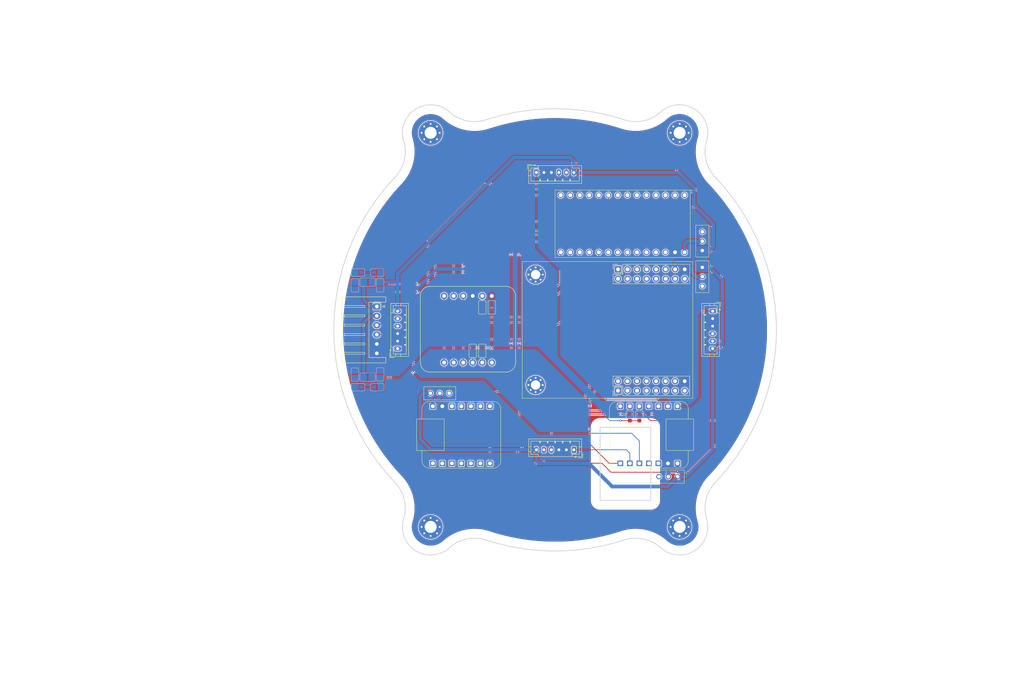
<source format=kicad_pcb>
(kicad_pcb (version 20241229) (generator "pcbnew") (generator_version "9.0")
  (layers (0 "F.Cu" signal) (2 "B.Cu" signal) (13 "F.Paste" user) (15 "B.Paste" user) (5 "F.SilkS" user "F.Silkscreen") (7 "B.SilkS" user "B.Silkscreen") (1 "F.Mask" user) (3 "B.Mask" user) (25 "Edge.Cuts" user))
  (net 0 "")
  (net 1 "GNDREF")
  (net 2 "+5V")
  (net 3 "+5V FILT")
  (net 4 "+3V3 FILT")
  (net 5 "Net-(D1-K)")
  (net 9 "/L3 TX")
  (net 10 "/L3 RX")
  (net 11 "GND")
  (net 12 "/CAM PWR")
  (net 16 "/IMU MOSI")
  (net 17 "/IMU SCK")
  (net 18 "/CAM RX")
  (net 19 "/IMU CS")
  (net 20 "/IMU INT")
  (net 21 "/CAM TX")
  (net 22 "/IMU RST")
  (net 23 "/IMU MISO")
  (net 25 "/ESP1 RX")
  (net 26 "/ESP1 TX")
  (net 59 "/TOF SDA")
  (net 60 "/TOF SCL")
  (net 61 "Net-(U2-P0)")
  (net 62 "Net-(U2-P1)")
  (net 69 "/ESP2 TX")
  (net 73 "/ESP2 RX")
  (net 76 "/T1")
  (net 77 "/T2")
  (net 78 "/T3")
  (net 79 "/T4")
  (net 80 "/TNSY PWR")
  (net 91 "/T PWR")
  (net 92 "/BT PWR")
  (net 95 "+3V3")
  (net 96 "Net-(D2-K)")
  (footprint "Library:res0603" (layer "F.Cu") (at 140.569 105.6 -90)
    (property "Reference" "R1" (hide yes))
    (property "Value" "10K")
  )
  (footprint "Library:res0603" (layer "F.Cu") (at 138.029 105.6 -90)
    (property "Reference" "R2" (hide yes))
    (property "Value" "10K")
  )
  (footprint "Connector_JST:JST_PH_B6B-PH-K_1x06_P2.00mm_Vertical" (layer "F.Cu") (at 118 105 90)
    (property "Reference" "J3" (hide yes))
    (property "Value" "Conn_01x06")
  )
  (footprint "MountingHole:MountingHole_3.2mm_M3_Pad_Via" (layer "F.Cu") (at 193.200001 47.425271)
    (property "Reference" "H8" (hide yes))
    (property "Value" "MountingHole_Pad")
  )
  (footprint "Connector_JST:JST_PH_B6B-PH-K_1x06_P2.00mm_Vertical" (layer "F.Cu") (at 202 95.000001 -90)
    (property "Reference" "J5" (hide yes))
    (property "Value" "Conn_01x06")
  )
  (footprint "Connector_JST:JST_PH_B6B-PH-K_1x06_P2.00mm_Vertical" (layer "F.Cu") (at 155 58)
    (property "Reference" "J2" (hide yes))
    (property "Value" "Conn_01x06")
  )
  (footprint "Library:res0603" (layer "F.Cu") (at 182.46 123.4 90)
    (property "Reference" "R5" (hide yes))
    (property "Value" "1K")
  )
  (footprint "Library:SS12D00G3" (layer "F.Cu") (at 129.25 116.9)
    (property "Reference" "SW4" (hide yes))
    (property "Value" "SW_SPDT" (hide yes))
  )
  (footprint "Library:SS12D00G3" (layer "F.Cu") (at 190.18 139.17 180)
    (property "Reference" "SW3" (hide yes))
    (property "Value" "SW_SPDT" (hide yes))
  )
  (footprint "Library:res0603" (layer "F.Cu") (at 179.92 123.4 -90)
    (property "Reference" "R4" (hide yes))
    (property "Value" "1K")
  )
  (footprint "MountingHole:MountingHole_3.2mm_M3_Pad_Via" (layer "F.Cu") (at 126.8 152.574723)
    (property "Reference" "H1" (hide yes))
    (property "Value" "MountingHole_Pad")
  )
  (footprint "Library:cap0603" (layer "F.Cu") (at 143.109 94 -90)
    (property "Reference" "C3" (hide yes))
    (property "Value" "2U2" (hide yes))
  )
  (footprint "Library:SS12D00G3" (layer "F.Cu") (at 199.25 85.82 -90)
    (property "Reference" "SW1" (hide yes))
    (property "Value" "SW_SPDT" (hide yes))
  )
  (footprint "Library:SS12D00G3" (layer "F.Cu") (at 199.25 76.33 90)
    (property "Reference" "SW2" (hide yes))
    (property "Value" "SW_SPDT" (hide yes))
  )
  (footprint "Library:bno085" (layer "F.Cu") (at 136.759 99.83 180)
    (property "Reference" "U2" (hide yes))
    (property "Value" "BNO085")
  )
  (footprint "Library:xiao-esp32c3" (layer "F.Cu") (at 185 128 -90)
    (property "Reference" "U3" (hide yes))
    (property "Value" ">VALUE" (hide yes))
  )
  (footprint "Connector_JST:JST_PH_B6B-PH-K_1x06_P2.00mm_Vertical" (layer "F.Cu") (at 165 132 180)
    (property "Reference" "J4" (hide yes))
    (property "Value" "Conn_01x06")
  )
  (footprint "Library:Teensy 4.0" (layer "F.Cu") (at 178 71.68 -90)
    (property "Reference" "U4" (hide yes))
    (property "Value" "Teensy 4.0")
  )
  (footprint "Library:OpenMV_RT" (layer "F.Cu") (at 160 100 90)
    (property "Reference" "U1" (hide yes))
    (property "Value" "~")
  )
  (footprint "Library:xiao-esp32c3" (layer "F.Cu") (at 135 128 90)
    (property "Reference" "U5" (hide yes))
    (property "Value" ">VALUE" (hide yes))
  )
  (footprint "MountingHole:MountingHole_3.2mm_M3_Pad_Via" (layer "F.Cu") (at 193.2 152.574723)
    (property "Reference" "H2" (hide yes))
    (property "Value" "MountingHole_Pad")
  )
  (footprint "Library:cap0603" (layer "F.Cu") (at 140.569 94 -90)
    (property "Reference" "C4" (hide yes))
    (property "Value" "0U1" (hide yes))
  )
  (footprint "Connector_JST:JST_XH_S6B-XH-A_1x06_P2.50mm_Horizontal" (layer "F.Cu") (at 112.45 93.75 -90)
    (property "Reference" "J1" (hide yes))
    (property "Value" "Conn_01x06")
  )
  (footprint "MountingHole:MountingHole_3.2mm_M3_Pad_Via" (layer "F.Cu") (at 126.8 47.425271)
    (property "Reference" "H7" (hide yes))
    (property "Value" "MountingHole_Pad")
  )
  (footprint "Library:led0603" (layer "B.Cu") (at 112.559999 84.7)
    (property "Reference" "D1" (hide yes))
    (property "Value" "5V PWR")
  )
  (footprint "Library:fb0805" (layer "B.Cu") (at 110 87.324998)
    (property "Reference" "FB1" (hide yes))
    (property "Value" "100R")
  )
  (footprint "Library:fb0805" (layer "B.Cu") (at 110 112.658711)
    (property "Reference" "FB2" (hide yes))
    (property "Value" "100R")
  )
  (footprint "Library:cap0603" (layer "B.Cu") (at 113.35 88.099998 -90)
    (property "Reference" "C2" (hide yes))
    (property "Value" "2u2" (hide yes))
  )
  (footprint "Library:cap0603" (layer "B.Cu") (at 106.6 88.099999 -90)
    (property "Reference" "C1" (hide yes))
    (property "Value" "2u2" (hide yes))
  )
  (footprint "Library:cap0603" (layer "B.Cu") (at 106.6 111.980001 90)
    (property "Reference" "C5" (hide yes))
    (property "Value" "2u2" (hide yes))
  )
  (footprint "Library:res0603" (layer "B.Cu") (at 107.439999 115.283713 180)
    (property "Reference" "R6" (hide yes))
    (property "Value" "470")
  )
  (footprint "Library:res0603" (layer "B.Cu") (at 107.439999 84.700002 180)
    (property "Reference" "R3" (hide yes))
    (property "Value" "470")
  )
  (footprint "Library:led0603" (layer "B.Cu") (at 112.559999 115.283711)
    (property "Reference" "D2" (hide yes))
    (property "Value" "3V PWR")
  )
  (footprint "Library:cap0603" (layer "B.Cu") (at 113.35 111.88371 90)
    (property "Reference" "C6" (hide yes))
    (property "Value" "2u2" (hide yes))
  )
  (gr_arc (start 131.82256 158.144629) (mid 136.448428 155.78796) (end 141.632451 156.068106) (stroke (width 0.2)) (layer "Edge.Cuts"))
  (gr_arc (start 188.17744 41.855358) (mid 183.551572 44.212035) (end 178.367549 43.931882) (stroke (width 0.2)) (layer "Edge.Cuts"))
  (gr_line (start 172 145.499993) (end 171.999999 125.999993) (stroke (width 0.2)) (layer "Edge.Cuts"))
  (gr_arc (start 117.270381 140.683894) (mid 101 99.999993) (end 117.270382 59.316092) (stroke (width 0.2)) (layer "Edge.Cuts"))
  (gr_arc (start 117.270381 140.683894) (mid 119.751574 145.244187) (end 119.61203 150.433898) (stroke (width 0.2)) (layer "Edge.Cuts"))
  (gr_arc (start 141.632451 43.931882) (mid 160 40.999994) (end 178.367549 43.931882) (stroke (width 0.2)) (layer "Edge.Cuts"))
  (gr_line (start 171.999999 125.999993) (end 185.5 125.999994) (stroke (width 0.2)) (layer "Edge.Cuts"))
  (gr_arc (start 188.17744 41.855358) (mid 197.204508 41.083823) (end 200.387967 49.566088) (stroke (width 0.2)) (layer "Edge.Cuts"))
  (gr_arc (start 119.612031 49.566088) (mid 119.751564 54.755793) (end 117.270382 59.316092) (stroke (width 0.2)) (layer "Edge.Cuts"))
  (gr_arc (start 131.82256 158.144629) (mid 122.79549 158.916164) (end 119.61203 150.433898) (stroke (width 0.2)) (layer "Edge.Cuts"))
  (gr_arc (start 200.387969 150.433898) (mid 197.204509 158.916165) (end 188.177439 158.14463) (stroke (width 0.2)) (layer "Edge.Cuts"))
  (gr_arc (start 202.729619 59.316092) (mid 200.248427 54.7558) (end 200.387967 49.566088) (stroke (width 0.2)) (layer "Edge.Cuts"))
  (gr_line (start 185.5 145.499994) (end 172 145.499993) (stroke (width 0.2)) (layer "Edge.Cuts"))
  (gr_arc (start 178.367549 156.068106) (mid 183.551572 155.787952) (end 188.177439 158.14463) (stroke (width 0.2)) (layer "Edge.Cuts"))
  (gr_line (start 185.5 125.999994) (end 185.5 145.499994) (stroke (width 0.2)) (layer "Edge.Cuts"))
  (gr_arc (start 119.612031 49.566088) (mid 122.795499 41.083854) (end 131.822561 41.855358) (stroke (width 0.2)) (layer "Edge.Cuts"))
  (gr_arc (start 200.387969 150.433898) (mid 200.248427 145.244187) (end 202.729618 140.683895) (stroke (width 0.2)) (layer "Edge.Cuts"))
  (gr_arc (start 202.729619 59.316092) (mid 219.000001 99.999994) (end 202.729618 140.683895) (stroke (width 0.2)) (layer "Edge.Cuts"))
  (gr_arc (start 178.367549 156.068106) (mid 160 158.999994) (end 141.632451 156.068106) (stroke (width 0.2)) (layer "Edge.Cuts"))
  (gr_arc (start 141.632451 43.931882) (mid 136.448429 44.212034) (end 131.822561 41.855358) (stroke (width 0.2)) (layer "Edge.Cuts"))
  (segment (start 108.97 87.307498) (end 108.9625 87.299998) (width 1) (layer "B.Cu") (net 2))
  (segment (start 110.75 93.75) (end 108.97 91.97) (width 1) (layer "B.Cu") (net 2))
  (segment (start 108.97 91.97) (end 108.97 87.307498) (width 1) (layer "B.Cu") (net 2))
  (segment (start 112.45 93.75) (end 110.75 93.75) (width 1) (layer "B.Cu") (net 2))
  (segment (start 149 54) (end 118 85) (width 1) (layer "B.Cu") (net 3))
  (segment (start 116.2 87.299999) (end 117.900001 87.299999) (width 1) (layer "B.Cu") (net 3))
  (segment (start 204.6 103.725001) (end 203.325 105.000001) (width 1) (layer "B.Cu") (net 3))
  (segment (start 204.6 86.75) (end 204.6 103.725001) (width 1) (layer "B.Cu") (net 3))
  (segment (start 201.17 83.32) (end 204.6 86.75) (width 1) (layer "B.Cu") (net 3))
  (segment (start 175.2 141.8) (end 169 135.6) (width 1) (layer "B.Cu") (net 3))
  (segment (start 201.17 78.83) (end 202.2 77.8) (width 1) (layer "B.Cu") (net 3))
  (segment (start 197 66.6) (end 202.2 71.8) (width 1) (layer "B.Cu") (net 3))
  (segment (start 117.900001 87.299999) (end 118 87.2) (width 1) (layer "B.Cu") (net 3))
  (segment (start 116.2 87.299999) (end 117.299999 87.299999) (width 1) (layer "B.Cu") (net 3))
  (segment (start 203.325 105.000001) (end 202 105.000001) (width 1) (layer "B.Cu") (net 3))
  (segment (start 194.83 139.17) (end 192.68 139.17) (width 1) (layer "B.Cu") (net 3))
  (segment (start 124 117.8) (end 124 129.2) (width 1) (layer "B.Cu") (net 3))
  (segment (start 199.25 83.32) (end 201.17 83.32) (width 1) (layer "B.Cu") (net 3))
  (segment (start 126.75 116.9) (end 124.9 116.9) (width 1) (layer "B.Cu") (net 3))
  (segment (start 124 129.2) (end 126.8 132) (width 1) (layer "B.Cu") (net 3))
  (segment (start 199.25 78.83) (end 201.17 78.83) (width 1) (layer "B.Cu") (net 3))
  (segment (start 126.8 132) (end 155 132) (width 1) (layer "B.Cu") (net 3))
  (segment (start 169 135.6) (end 155.6 135.6) (width 1) (layer "B.Cu") (net 3))
  (segment (start 193 58) (end 165 58) (width 1) (layer "B.Cu") (net 3))
  (segment (start 197 62) (end 197 66.6) (width 1) (layer "B.Cu") (net 3))
  (segment (start 155 135) (end 155 132) (width 1) (layer "B.Cu") (net 3))
  (segment (start 165 58) (end 165 55) (width 1) (layer "B.Cu") (net 3))
  (segment (start 118 85) (end 118 87.2) (width 1) (layer "B.Cu") (net 3))
  (segment (start 190.05 141.8) (end 175.2 141.8) (width 1) (layer "B.Cu") (net 3))
  (segment (start 165 55) (end 164 54) (width 1) (layer "B.Cu") (net 3))
  (segment (start 164 54) (end 149 54) (width 1) (layer "B.Cu") (net 3))
  (segment (start 118 87.2) (end 118 95) (width 1) (layer "B.Cu") (net 3))
  (segment (start 192.68 139.17) (end 190.05 141.8) (width 1) (layer "B.Cu") (net 3))
  (segment (start 202 132) (end 194.83 139.17) (width 1) (layer "B.Cu") (net 3))
  (segment (start 124.9 116.9) (end 124 117.8) (width 1) (layer "B.Cu") (net 3))
  (segment (start 118 88) (end 118 95) (width 1) (layer "B.Cu") (net 3))
  (segment (start 197 62) (end 193 58) (width 1) (layer "B.Cu") (net 3))
  (segment (start 202.2 77.8) (end 202.2 71.8) (width 1) (layer "B.Cu") (net 3))
  (segment (start 202 105.000001) (end 202 132) (width 1) (layer "B.Cu") (net 3))
  (segment (start 155.6 135.6) (end 155 135) (width 1) (layer "B.Cu") (net 3))
  (segment (start 112.35 87.299999) (end 116.2 87.299999) (width 1) (layer "B.Cu") (net 3))
  (segment (start 179.92 124.2) (end 177.38 124.2) (width 0.2) (layer "F.Cu") (net 4))
  (segment (start 140.569 104.8) (end 143.109 104.8) (width 0.2) (layer "F.Cu") (net 4))
  (segment (start 140.569 104.8) (end 138.029 104.800001) (width 0.2) (layer "F.Cu") (net 4))
  (segment (start 182.46 124.2) (end 179.92 124.2) (width 0.2) (layer "F.Cu") (net 4))
  (via (at 143.109 104.8) (size 0.6) (drill 0.3) (layers "F.Cu" "B.Cu") (net 4))
  (via (at 177.38 124.2) (size 0.6) (drill 0.3) (layers "F.Cu" "B.Cu") (net 4))
  (segment (start 155.12 104.8) (end 174.52 124.2) (width 0.2) (layer "B.Cu") (net 4))
  (segment (start 174.52 124.2) (end 177.38 124.2) (width 0.2) (layer "B.Cu") (net 4))
  (segment (start 143.109 104.8) (end 155.12 104.8) (width 0.2) (layer "B.Cu") (net 4))
  (segment (start 143.109 90.94) (end 143.109 104.8) (width 0.2) (layer "B.Cu") (net 4))
  (segment (start 126.4 104.8) (end 143.109 104.8) (width 0.2) (layer "B.Cu") (net 4))
  (segment (start 112.35 112.683709) (end 118.516291 112.683709) (width 0.2) (layer "B.Cu") (net 4))
  (segment (start 118.516291 112.683709) (end 126.4 104.8) (width 0.2) (layer "B.Cu") (net 4))
  (segment (start 111.76 84.7) (end 108.24 84.7) (width 0.2) (layer "B.Cu") (net 5))
  (segment (start 114.2 89.7) (end 116.1 87.8) (width 0.2) (layer "F.Cu") (net 9))
  (segment (start 114.2 97.8) (end 114.2 89.7) (width 0.2) (layer "F.Cu") (net 9))
  (segment (start 166.1 71.1) (end 171.65 65.55) (width 0.2) (layer "F.Cu") (net 9))
  (segment (start 116.1 87.8) (end 123.3 87.8) (width 0.2) (layer "F.Cu") (net 9))
  (segment (start 147.2 71.1) (end 135.4 82.9) (width 0.2) (layer "F.Cu") (net 9))
  (segment (start 171.65 64.06) (end 171.65 65.55) (width 0.2) (layer "F.Cu") (net 9))
  (segment (start 113.25 98.75) (end 114.2 97.8) (width 0.2) (layer "F.Cu") (net 9))
  (segment (start 166.1 71.1) (end 147.2 71.1) (width 0.2) (layer "F.Cu") (net 9))
  (via (at 123.3 87.8) (size 0.6) (drill 0.3) (layers "F.Cu" "B.Cu") (net 9))
  (via (at 135.4 82.9) (size 0.6) (drill 0.3) (layers "F.Cu" "B.Cu") (net 9))
  (segment (start 128.2 82.9) (end 135.4 82.9) (width 0.2) (layer "B.Cu") (net 9))
  (segment (start 123.3 87.8) (end 128.2 82.9) (width 0.2) (layer "B.Cu") (net 9))
  (segment (start 135.4 84.6) (end 136.5 84.6) (width 0.2) (layer "F.Cu") (net 10))
  (segment (start 114.8 100.401) (end 113.951 101.25) (width 0.2) (layer "F.Cu") (net 10))
  (segment (start 113.951 101.25) (end 112.45 101.25) (width 0.2) (layer "F.Cu") (net 10))
  (segment (start 116.9 89.9) (end 114.8 92) (width 0.2) (layer "F.Cu") (net 10))
  (segment (start 123.3 89.9) (end 116.9 89.9) (width 0.2) (layer "F.Cu") (net 10))
  (segment (start 174.19 67.21) (end 174.19 64.06) (width 0.2) (layer "F.Cu") (net 10))
  (segment (start 136.5 84.6) (end 147.5 73.6) (width 0.2) (layer "F.Cu") (net 10))
  (segment (start 114.8 92) (end 114.8 100.401) (width 0.2) (layer "F.Cu") (net 10))
  (segment (start 147.5 73.6) (end 167.8 73.6) (width 0.2) (layer "F.Cu") (net 10))
  (segment (start 167.8 73.6) (end 174.19 67.21) (width 0.2) (layer "F.Cu") (net 10))
  (via (at 123.3 89.9) (size 0.6) (drill 0.3) (layers "F.Cu" "B.Cu") (net 10))
  (via (at 135.4 84.6) (size 0.6) (drill 0.3) (layers "F.Cu" "B.Cu") (net 10))
  (segment (start 135.4 84.6) (end 128.6 84.6) (width 0.2) (layer "B.Cu") (net 10))
  (segment (start 128.6 84.6) (end 123.3 89.9) (width 0.2) (layer "B.Cu") (net 10))
  (segment (start 197.62 85.82) (end 196.4 84.6) (width 1) (layer "B.Cu") (net 12))
  (segment (start 196.4 84.6) (end 196.4 82.4) (width 1) (layer "B.Cu") (net 12))
  (segment (start 192.016 82.184) (end 192.016 83.825) (width 1) (layer "B.Cu") (net 12))
  (segment (start 199.25 85.82) (end 197.62 85.82) (width 1) (layer "B.Cu") (net 12))
  (segment (start 195.8 81.8) (end 192.4 81.8) (width 1) (layer "B.Cu") (net 12))
  (segment (start 196.4 82.4) (end 195.8 81.8) (width 1) (layer "B.Cu") (net 12))
  (segment (start 192.4 81.8) (end 192.016 82.184) (width 1) (layer "B.Cu") (net 12))
  (segment (start 164.03 64.06) (end 164.03 62.73) (width 0.2) (layer "F.Cu") (net 16))
  (segment (start 164.03 62.73) (end 163.7 62.4) (width 0.2) (layer "F.Cu") (net 16))
  (segment (start 132.949 103.849) (end 128 98.9) (width 0.2) (layer "F.Cu") (net 16))
  (segment (start 132.949 108.72) (end 132.949 103.849) (width 0.2) (layer "F.Cu") (net 16))
  (segment (start 163.7 62.4) (end 144.3 62.4) (width 0.2) (layer "F.Cu") (net 16))
  (segment (start 128 78.7) (end 128 98.9) (width 0.2) (layer "F.Cu") (net 16))
  (segment (start 144.3 62.4) (end 128 78.7) (width 0.2) (layer "F.Cu") (net 16))
  (segment (start 135.489 94.689) (end 137.4 96.6) (width 0.2) (layer "F.Cu") (net 17))
  (segment (start 161.49 87.41) (end 152.3 96.6) (width 0.2) (layer "F.Cu") (net 17))
  (segment (start 152.3 96.6) (end 137.4 96.6) (width 0.2) (layer "F.Cu") (net 17))
  (segment (start 135.489 90.94) (end 135.489 94.689) (width 0.2) (layer "F.Cu") (net 17))
  (segment (start 161.49 79.3) (end 161.49 87.41) (width 0.2) (layer "F.Cu") (net 17))
  (segment (start 179.27 80.53) (end 179 80.8) (width 0.2) (layer "F.Cu") (net 18))
  (segment (start 179.27 79.3) (end 179.27 80.53) (width 0.2) (layer "F.Cu") (net 18))
  (segment (start 172.2 83.4) (end 172.2 117) (width 0.2) (layer "F.Cu") (net 18))
  (segment (start 187.081 118.6) (end 189.456 116.225) (width 0.2) (layer "F.Cu") (net 18))
  (segment (start 173.8 118.6) (end 187.081 118.6) (width 0.2) (layer "F.Cu") (net 18))
  (segment (start 172.2 117) (end 173.8 118.6) (width 0.2) (layer "F.Cu") (net 18))
  (segment (start 179 80.8) (end 174.8 80.8) (width 0.2) (layer "F.Cu") (net 18))
  (segment (start 174.8 80.8) (end 172.2 83.4) (width 0.2) (layer "F.Cu") (net 18))
  (segment (start 126.1 76.1) (end 126.1 100) (width 0.2) (layer "F.Cu") (net 19))
  (segment (start 166.6 62.3) (end 165.4 61.1) (width 0.2) (layer "F.Cu") (net 19))
  (segment (start 130.409 104.309) (end 130.409 108.72) (width 0.2) (layer "F.Cu") (net 19))
  (segment (start 141.1 61.1) (end 126.1 76.1) (width 0.2) (layer "F.Cu") (net 19))
  (segment (start 126.1 100) (end 130.409 104.309) (width 0.2) (layer "F.Cu") (net 19))
  (segment (start 166.57 62.33) (end 166.6 62.3) (width 0.2) (layer "F.Cu") (net 19))
  (segment (start 165.4 61.1) (end 141.1 61.1) (width 0.2) (layer "F.Cu") (net 19))
  (segment (start 166.57 64.06) (end 166.57 62.33) (width 0.2) (layer "F.Cu") (net 19))
  (segment (start 153.3 98) (end 134.2 98) (width 0.2) (layer "F.Cu") (net 20))
  (segment (start 134.2 98) (end 130.409 94.209) (width 0.2) (layer "F.Cu") (net 20))
  (segment (start 164.03 79.3) (end 164.03 87.27) (width 0.2) (layer "F.Cu") (net 20))
  (segment (start 164.03 87.27) (end 153.3 98) (width 0.2) (layer "F.Cu") (net 20))
  (segment (start 130.409 94.209) (end 130.409 90.94) (width 0.2) (layer "F.Cu") (net 20))
  (segment (start 174.6 117.8) (end 185.341 117.8) (width 0.2) (layer "F.Cu") (net 21))
  (segment (start 185.341 117.8) (end 186.916 116.225) (width 0.2) (layer "F.Cu") (net 21))
  (segment (start 173.2 116.4) (end 174.6 117.8) (width 0.2) (layer "F.Cu") (net 21))
  (segment (start 181.2 81.6) (end 175.4 81.6) (width 0.2) (layer "F.Cu") (net 21))
  (segment (start 175.4 81.6) (end 173.2 83.8) (width 0.2) (layer "F.Cu") (net 21))
  (segment (start 181.81 79.3) (end 181.81 80.99) (width 0.2) (layer "F.Cu") (net 21))
  (segment (start 181.81 80.99) (end 181.2 81.6) (width 0.2) (layer "F.Cu") (net 21))
  (segment (start 173.2 83.8) (end 173.2 116.4) (width 0.2) (layer "F.Cu") (net 21))
  (segment (start 136.9 102.5) (end 156.8 102.5) (width 0.2) (layer "F.Cu") (net 22))
  (segment (start 135.489 108.72) (end 135.489 103.911) (width 0.2) (layer "F.Cu") (net 22))
  (segment (start 156.8 102.5) (end 166.57 92.73) (width 0.2) (layer "F.Cu") (net 22))
  (segment (start 135.489 103.911) (end 136.9 102.5) (width 0.2) (layer "F.Cu") (net 22))
  (segment (start 166.57 92.73) (end 166.57 79.3) (width 0.2) (layer "F.Cu") (net 22))
  (segment (start 149.94 64.06) (end 132.949 81.051) (width 0.2) (layer "F.Cu") (net 23))
  (segment (start 132.949 81.051) (end 132.949 90.94) (width 0.2) (layer "F.Cu") (net 23))
  (segment (start 161.49 64.06) (end 149.94 64.06) (width 0.2) (layer "F.Cu") (net 23))
  (segment (start 169.3 130.5) (end 169.3 126.5) (width 0.2) (layer "F.Cu") (net 25))
  (segment (start 169.3 120.3) (end 169.3 117.8) (width 0.2) (layer "F.Cu") (net 25))
  (segment (start 171.65 81.35) (end 171.65 79.3) (width 0.2) (layer "F.Cu") (net 25))
  (segment (start 174.42 135.62) (end 169.3 130.5) (width 0.2) (layer "F.Cu") (net 25))
  (segment (start 169.3 117.8) (end 171 116.1) (width 0.2) (layer "F.Cu") (net 25))
  (segment (start 171 116.1) (end 171 82) (width 0.2) (layer "F.Cu") (net 25))
  (segment (start 177.38 135.62) (end 174.42 135.62) (width 0.2) (layer "F.Cu") (net 25))
  (segment (start 171 82) (end 171.65 81.35) (width 0.2) (layer "F.Cu") (net 25))
  (via (at 169.3 126.5) (size 0.6) (drill 0.3) (layers "F.Cu" "B.Cu") (net 25))
  (via (at 169.3 120.3) (size 0.6) (drill 0.3) (layers "F.Cu" "B.Cu") (net 25))
  (segment (start 169.3 126.5) (end 169.3 120.3) (width 0.2) (layer "B.Cu") (net 25))
  (segment (start 168.8 121.5) (end 168 120.7) (width 0.2) (layer "F.Cu") (net 26))
  (segment (start 172.4 121.5) (end 168.8 121.5) (width 0.2) (layer "F.Cu") (net 26))
  (segment (start 168 117.5) (end 169.11 116.39) (width 0.2) (layer "F.Cu") (net 26))
  (segment (start 177.38 120.38) (end 173.52 120.38) (width 0.2) (layer "F.Cu") (net 26))
  (segment (start 168 120.7) (end 168 117.5) (width 0.2) (layer "F.Cu") (net 26))
  (segment (start 173.52 120.38) (end 172.4 121.5) (width 0.2) (layer "F.Cu") (net 26))
  (segment (start 169.11 116.39) (end 169.11 79.3) (width 0.2) (layer "F.Cu") (net 26))
  (segment (start 204.4 124.2) (end 204.4 129.2) (width 0.2) (layer "F.Cu") (net 59))
  (segment (start 116.4 97) (end 115.4 98) (width 0.2) (layer "F.Cu") (net 59))
  (segment (start 149.4 138.6) (end 152.4 135.6) (width 0.2) (layer "F.Cu") (net 59))
  (segment (start 152.4 135.6) (end 157 135.6) (width 0.2) (layer "F.Cu") (net 59))
  (segment (start 115.4 128.8) (end 125.2 138.6) (width 0.2) (layer "F.Cu") (net 59))
  (segment (start 182.4 122.6) (end 183.8 122.6) (width 0.2) (layer "F.Cu") (net 59))
  (segment (start 174.9 138) (end 195.6 138) (width 0.2) (layer "F.Cu") (net 59))
  (segment (start 185.4 124.2) (end 184.6 123.4) (width 0.2) (layer "F.Cu") (net 59))
  (segment (start 163 56.5) (end 164 55.5) (width 0.2) (layer "F.Cu") (net 59))
  (segment (start 115.4 98) (end 115.4 128.8) (width 0.2) (layer "F.Cu") (net 59))
  (segment (start 204.4 124.2) (end 185.4 124.2) (width 0.2) (layer "F.Cu") (net 59))
  (segment (start 190.5 55.5) (end 204.4 69.4) (width 0.2) (layer "F.Cu") (net 59))
  (segment (start 204.4 69.4) (end 204.4 103) (width 0.2) (layer "F.Cu") (net 59))
  (segment (start 164 55.5) (end 190.5 55.5) (width 0.2) (layer "F.Cu") (net 59))
  (segment (start 195.6 138) (end 204.4 129.2) (width 0.2) (layer "F.Cu") (net 59))
  (segment (start 204.4 103) (end 204.4 124.2) (width 0.2) (layer "F.Cu") (net 59))
  (segment (start 204.000001 103.000001) (end 204.000002 103) (width 0.2) (layer "F.Cu") (net 59))
  (segment (start 172.5 135.6) (end 174.9 138) (width 0.2) (layer "F.Cu") (net 59))
  (segment (start 163 58) (end 163 56.5) (width 0.2) (layer "F.Cu") (net 59))
  (segment (start 157 135.6) (end 157 132) (width 0.2) (layer "F.Cu") (net 59))
  (segment (start 118 97) (end 116.4 97) (width 0.2) (layer "F.Cu") (net 59))
  (segment (start 157 135.6) (end 172.5 135.6) (width 0.2) (layer "F.Cu") (net 59))
  (segment (start 125.2 138.6) (end 149.4 138.6) (width 0.2) (layer "F.Cu") (net 59))
  (segment (start 202 103.000001) (end 204.000001 103.000001) (width 0.2) (layer "F.Cu") (net 59))
  (segment (start 204.000002 103) (end 204.4 103) (width 0.2) (layer "F.Cu") (net 59))
  (segment (start 183.8 122.6) (end 184.6 123.4) (width 0.2) (layer "F.Cu") (net 59))
  (segment (start 182.58 122.48) (end 182.46 122.6) (width 0.2) (layer "F.Cu") (net 59))
  (segment (start 182.46 122.6) (end 182.46 120.38) (width 0.2) (layer "F.Cu") (net 59))
  (segment (start 185.8 122.5) (end 198 122.5) (width 0.2) (layer "F.Cu") (net 60))
  (segment (start 196.85 67.95) (end 201.6 72.7) (width 0.2) (layer "F.Cu") (net 60))
  (segment (start 198 122.5) (end 199.6 120.9) (width 0.2) (layer "F.Cu") (net 60))
  (segment (start 199.6 92.4) (end 199.6 101) (width 0.2) (layer "F.Cu") (net 60))
  (segment (start 152.6 130) (end 145.4 137.2) (width 0.2) (layer "F.Cu") (net 60))
  (segment (start 116.8 99) (end 118 99) (width 0.2) (layer "F.Cu") (net 60))
  (segment (start 199.999998 101) (end 199.6 101) (width 0.2) (layer "F.Cu") (net 60))
  (segment (start 199.999998 101) (end 202 101.000001) (width 0.2) (layer "F.Cu") (net 60))
  (segment (start 161.72 122.6) (end 179.92 122.6) (width 0.2) (layer "F.Cu") (net 60))
  (segment (start 159 125.2) (end 161.72 122.48) (width 0.2) (layer "F.Cu") (net 60))
  (segment (start 201.6 90.4) (end 199.6 92.4) (width 0.2) (layer "F.Cu") (net 60))
  (segment (start 159 130) (end 159 125.2) (width 0.2) (layer "F.Cu") (net 60))
  (segment (start 161 58) (end 161 59.5) (width 0.2) (layer "F.Cu") (net 60))
  (segment (start 199.6 101) (end 199.6 120.9) (width 0.2) (layer "F.Cu") (net 60))
  (segment (start 126 137.2) (end 116.2 127.4) (width 0.2) (layer "F.Cu") (net 60))
  (segment (start 161 59.5) (end 162 60.5) (width 0.2) (layer "F.Cu") (net 60))
  (segment (start 116.2 127.4) (end 116.2 99.6) (width 0.2) (layer "F.Cu") (net 60))
  (segment (start 159 132) (end 159 130) (width 0.2) (layer "F.Cu") (net 60))
  (segment (start 193.8 60.5) (end 196.85 63.55) (width 0.2) (layer "F.Cu") (net 60))
  (segment (start 159 130) (end 152.6 130) (width 0.2) (layer "F.Cu") (net 60))
  (segment (start 116.2 99.6) (end 116.8 99) (width 0.2) (layer "F.Cu") (net 60))
  (segment (start 179.92 122.48) (end 179.92 120.38) (width 0.2) (layer "F.Cu") (net 60))
  (segment (start 145.4 137.2) (end 126 137.2) (width 0.2) (layer "F.Cu") (net 60))
  (segment (start 162 60.5) (end 193.8 60.5) (width 0.2) (layer "F.Cu") (net 60))
  (segment (start 201.6 72.7) (end 201.6 90.4) (width 0.2) (layer "F.Cu") (net 60))
  (segment (start 196.85 63.55) (end 196.85 67.95) (width 0.2) (layer "F.Cu") (net 60))
  (via (at 185.8 122.5) (size 0.6) (drill 0.3) (layers "F.Cu" "B.Cu") (net 60))
  (via (at 177.5 122.5) (size 0.6) (drill 0.3) (layers "F.Cu" "B.Cu") (net 60))
  (segment (start 185.8 122.5) (end 177.5 122.5) (width 0.2) (layer "B.Cu") (net 60))
  (segment (start 140.569 108.72) (end 140.569 106.4) (width 0.2) (layer "F.Cu") (net 61))
  (segment (start 138.029 106.399999) (end 138.029 108.72) (width 0.2) (layer "F.Cu") (net 62))
  (segment (start 153.9 76.5) (end 182.5 76.5) (width 0.2) (layer "F.Cu") (net 69))
  (segment (start 150.4 80) (end 153.9 76.5) (width 0.2) (layer "F.Cu") (net 69))
  (segment (start 191.97 67.03) (end 191.97 64.06) (width 0.2) (layer "F.Cu") (net 69))
  (segment (start 182.5 76.5) (end 191.97 67.03) (width 0.2) (layer "F.Cu") (net 69))
  (segment (start 142.62 131.18) (end 150.4 123.4) (width 0.2) (layer "F.Cu") (net 69))
  (segment (start 150.4 123.4) (end 150.4 103.6) (width 0.2) (layer "F.Cu") (net 69))
  (segment (start 142.62 135.62) (end 142.62 131.18) (width 0.2) (layer "F.Cu") (net 69))
  (via (at 150.4 103.6) (size 0.6) (drill 0.3) (layers "F.Cu" "B.Cu") (net 69))
  (via (at 150.4 80) (size 0.6) (drill 0.3) (layers "F.Cu" "B.Cu") (net 69))
  (segment (start 150.4 80) (end 150.4 103.6) (width 0.2) (layer "B.Cu") (net 69))
  (segment (start 148.3 78.3) (end 148.3 79.9) (width 0.2) (layer "F.Cu") (net 73))
  (segment (start 151.95 74.65) (end 148.3 78.3) (width 0.2) (layer "F.Cu") (net 73))
  (segment (start 181.45 74.65) (end 189.43 66.67) (width 0.2) (layer "F.Cu") (net 73))
  (segment (start 181.45 74.65) (end 151.95 74.65) (width 0.2) (layer "F.Cu") (net 73))
  (segment (start 142.62 118.18) (end 144.4 116.4) (width 0.2) (layer "F.Cu") (net 73))
  (segment (start 189.43 64.06) (end 189.43 66.67) (width 0.2) (layer "F.Cu") (net 73))
  (segment (start 142.62 120.38) (end 142.62 118.18) (width 0.2) (layer "F.Cu") (net 73))
  (segment (start 148.3 114.7) (end 148.3 103.6) (width 0.2) (layer "F.Cu") (net 73))
  (segment (start 144.4 116.4) (end 146.6 116.4) (width 0.2) (layer "F.Cu") (net 73))
  (segment (start 146.6 116.4) (end 148.3 114.7) (width 0.2) (layer "F.Cu") (net 73))
  (via (at 148.3 103.6) (size 0.6) (drill 0.3) (layers "F.Cu" "B.Cu") (net 73))
  (via (at 148.3 79.9) (size 0.6) (drill 0.3) (layers "F.Cu" "B.Cu") (net 73))
  (segment (start 148.3 79.9) (end 148.3 103.6) (width 0.2) (layer "B.Cu") (net 73))
  (segment (start 190.08 119.08) (end 190.08 120.38) (width 0.2) (layer "B.Cu") (net 76))
  (segment (start 161 107) (end 172.6 118.6) (width 0.2) (layer "B.Cu") (net 76))
  (segment (start 155 78.2) (end 161 84.2) (width 0.2) (layer "B.Cu") (net 76))
  (segment (start 189.6 118.6) (end 190.08 119.08) (width 0.2) (layer "B.Cu") (net 76))
  (segment (start 172.6 118.6) (end 189.6 118.6) (width 0.2) (layer "B.Cu") (net 76))
  (segment (start 155 58) (end 155 78.2) (width 0.2) (layer "B.Cu") (net 76))
  (segment (start 161 84.2) (end 161 107) (width 0.2) (layer "B.Cu") (net 76))
  (segment (start 118 105) (end 121.6 105) (width 0.2) (layer "F.Cu") (net 77))
  (segment (start 121.6 105) (end 122.2 105.6) (width 0.2) (layer "F.Cu") (net 77))
  (segment (start 122.2 111.4) (end 122.2 105.6) (width 0.2) (layer "F.Cu") (net 77))
  (via (at 122.2 111.4) (size 0.6) (drill 0.3) (layers "F.Cu" "B.Cu") (net 77))
  (segment (start 182.46 129.66) (end 182.46 135.62) (width 0.2) (layer "B.Cu") (net 77))
  (segment (start 141.2 113.2) (end 155.6 127.6) (width 0.2) (layer "B.Cu") (net 77))
  (segment (start 122.2 111.4) (end 124 113.2) (width 0.2) (layer "B.Cu") (net 77))
  (segment (start 155.6 127.6) (end 180.4 127.6) (width 0.2) (layer "B.Cu") (net 77))
  (segment (start 124 113.2) (end 141.2 113.2) (width 0.2) (layer "B.Cu") (net 77))
  (segment (start 180.4 127.6) (end 182.46 129.66) (width 0.2) (layer "B.Cu") (net 77))
  (segment (start 179.92 132.92) (end 179 132) (width 0.2) (layer "B.Cu") (net 78))
  (segment (start 179 132) (end 165 132) (width 0.2) (layer "B.Cu") (net 78))
  (segment (start 179.92 135.62) (end 179.92 132.92) (width 0.2) (layer "B.Cu") (net 78))
  (segment (start 198.6 96.000001) (end 199.6 95.000001) (width 0.2) (layer "B.Cu") (net 79))
  (segment (start 192.62 120.38) (end 196.22 120.38) (width 0.2) (layer "B.Cu") (net 79))
  (segment (start 196.22 120.38) (end 198.6 118) (width 0.2) (layer "B.Cu") (net 79))
  (segment (start 199.6 95.000001) (end 202 95.000001) (width 0.2) (layer "B.Cu") (net 79))
  (segment (start 198.6 118) (end 198.6 96.000001) (width 0.2) (layer "B.Cu") (net 79))
  (segment (start 195.27 76.33) (end 199.25 76.33) (width 1) (layer "B.Cu") (net 80))
  (segment (start 194.51 79.3) (end 194.51 77.09) (width 1) (layer "B.Cu") (net 80))
  (segment (start 194.51 77.09) (end 195.27 76.33) (width 1) (layer "B.Cu") (net 80))
  (segment (start 192.62 135.62) (end 192.62 136.98) (width 1) (layer "B.Cu") (net 91))
  (segment (start 190.8 137.5) (end 190.18 138.12) (width 1) (layer "B.Cu") (net 91))
  (segment (start 192.1 137.5) (end 190.8 137.5) (width 1) (layer "B.Cu") (net 91))
  (segment (start 190.18 138.12) (end 190.18 139.17) (width 1) (layer "B.Cu") (net 91))
  (segment (start 192.62 136.98) (end 192.1 137.5) (width 1) (layer "B.Cu") (net 91))
  (segment (start 127.38 119.22) (end 128 118.6) (width 1) (layer "B.Cu") (net 92))
  (segment (start 128.6 118.6) (end 129.25 117.95) (width 1) (layer "B.Cu") (net 92))
  (segment (start 128 118.6) (end 128.6 118.6) (width 1) (layer "B.Cu") (net 92))
  (segment (start 129.25 117.95) (end 129.25 116.9) (width 1) (layer "B.Cu") (net 92))
  (segment (start 127.38 120.38) (end 127.38 119.22) (width 1) (layer "B.Cu") (net 92))
  (segment (start 108.92 98.13) (end 108.92 112.591211) (width 1) (layer "B.Cu") (net 95))
  (segment (start 108.92 112.591211) (end 108.9625 112.633711) (width 1) (layer "B.Cu") (net 95))
  (segment (start 110.8 96.25) (end 108.92 98.13) (width 1) (layer "B.Cu") (net 95))
  (segment (start 112.45 96.25) (end 110.8 96.25) (width 1) (layer "B.Cu") (net 95))
  (segment (start 111.76 115.283711) (end 108.24 115.283711) (width 0.2) (layer "B.Cu") (net 96))
  (zone (net 4) (net_name "+3V3 FILT") (layer "F.Cu") (priority 3) (connect_pads yes (clearance 0.2)) (min_thickness 0.25) (fill yes (thermal_gap 0.5) (thermal_bridge_width 0.5) (smoothing fillet) (radius 0.2))
    (polygon (pts (xy 142 89.8) (xy 142 92.2) (xy 139.6 92.2) (xy 139.6 94) (xy 144.2 94) (xy 144.2 89.8)))
  )
  (zone (net 1) (net_name "GNDREF") (layers "F.Cu" "B.Cu") (connect_pads yes (clearance 0.2)) (min_thickness 0.2) (fill yes (thermal_gap 0.5) (thermal_bridge_width 0.5))
    (polygon (pts (xy 11.975 11.975) (xy 285.025 11.975) (xy 285.025 198.05) (xy 11.975 198.025)))
  )
  (zone (net 4) (net_name "+3V3 FILT") (layer "B.Cu") (priority 1) (connect_pads yes (clearance 0.2)) (min_thickness 0.2) (fill yes (thermal_gap 0.5) (thermal_bridge_width 0.5) (smoothing fillet) (radius 0.2))
    (polygon (pts (xy 110.187614 114.02) (xy 110.187614 111.7) (xy 111.877614 111.7) (xy 111.877614 111.96) (xy 114.297614 111.96) (xy 114.307614 116.34) (xy 112.627614 116.34) (xy 112.627614 114.02)))
  )
  (zone (net 2) (net_name "+5V") (layer "B.Cu") (priority 2) (connect_pads yes (clearance 0.2)) (min_thickness 0.2) (fill yes (thermal_gap 0.5) (thermal_bridge_width 0.5))
    (polygon (pts (xy 109.93 88.37) (xy 107.55 88.37) (xy 107.55 88.099999) (xy 105.65 88.099999) (xy 105.65 86.19) (xy 109.93 86.19)))
  )
  (zone (net 95) (net_name "+3V3") (layer "B.Cu") (priority 2) (connect_pads yes (clearance 0.2)) (min_thickness 0.2) (fill yes (thermal_gap 0.5) (thermal_bridge_width 0.5))
    (polygon (pts (xy 109.837614 111.71) (xy 107.457614 111.71) (xy 107.457614 111.980001) (xy 105.557614 111.980001) (xy 105.557614 113.89) (xy 109.837614 113.89)))
  )
  (zone (net 3) (net_name "+5V FILT") (layer "B.Cu") (priority 4) (connect_pads yes (clearance 0.2)) (min_thickness 0.25) (fill yes (thermal_gap 0.5) (thermal_bridge_width 0.5) (smoothing fillet) (radius 0.2))
    (polygon (pts (xy 197.6 77.6) (xy 200.9 77.6) (xy 200.9 84.6) (xy 197.6 84.6)))
  )
  (zone (net 3) (net_name "+5V FILT") (layer "B.Cu") (priority 1) (connect_pads yes (clearance 0.2)) (min_thickness 0.2) (fill yes (thermal_gap 0.5) (thermal_bridge_width 0.5) (smoothing fillet) (radius 0.2))
    (polygon (pts (xy 110.23 86.19) (xy 110.23 88.51) (xy 111.92 88.51) (xy 111.92 88.25) (xy 114.34 88.25) (xy 114.35 83.87) (xy 112.5 83.87) (xy 112.5 86.19)))
  )
)
</source>
